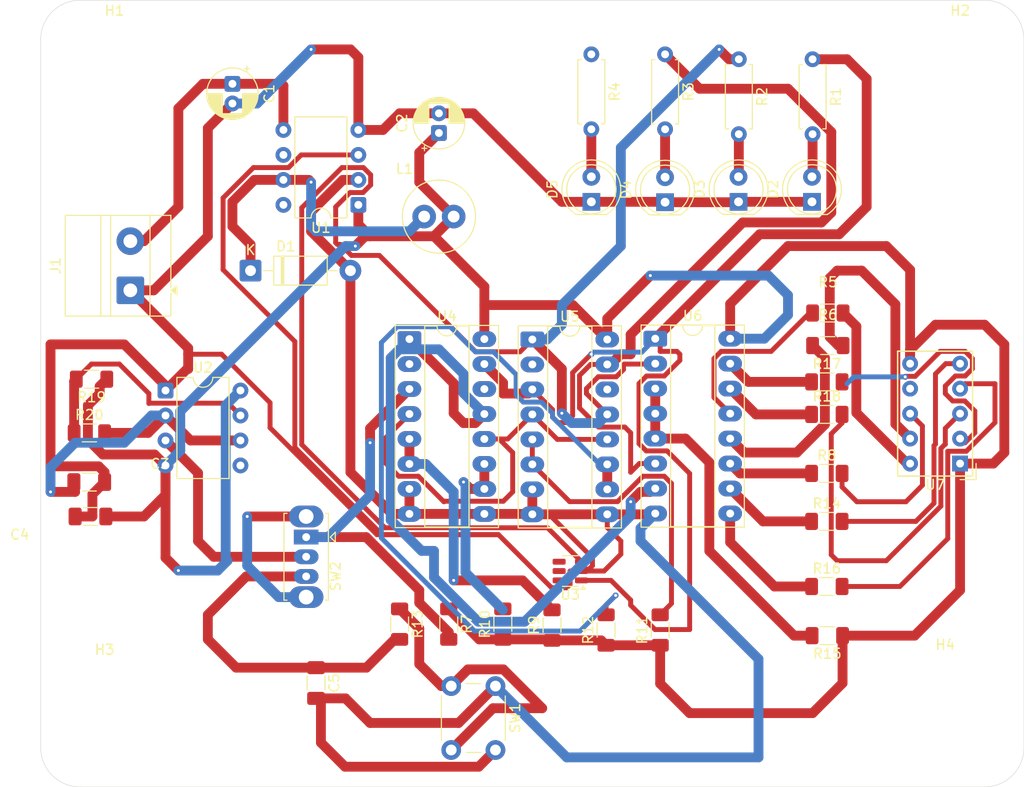
<source format=kicad_pcb>
(kicad_pcb (version 20241229) (generator "pcbnew") (generator_version "9.0")
  (layers (0 "F.Cu" signal) (2 "B.Cu" signal) (13 "F.Paste" user) (15 "B.Paste" user) (5 "F.SilkS" user "F.Silkscreen") (7 "B.SilkS" user "B.Silkscreen") (1 "F.Mask" user) (3 "B.Mask" user) (25 "Edge.Cuts" user))
  (net 0 "")
  (net 1 "GND")
  (net 2 "VDD")
  (net 3 "+5V")
  (net 4 "Net-(U2-THR)")
  (net 5 "Net-(SW2-A)")
  (net 6 "Net-(D1-K)")
  (net 7 "Net-(D2-A)")
  (net 8 "Net-(D3-A)")
  (net 9 "Net-(D4-A)")
  (net 10 "Net-(D5-A)")
  (net 11 "Q1")
  (net 12 "Q2")
  (net 13 "Q3")
  (net 14 "Q4")
  (net 15 "Net-(U7-A)")
  (net 16 "Net-(U6-a)")
  (net 17 "Net-(U7-B)")
  (net 18 "Net-(U6-b)")
  (net 19 "Clock")
  (net 20 "Net-(U7-C)")
  (net 21 "Net-(U6-c)")
  (net 22 "Net-(U4A-J)")
  (net 23 "Net-(U4B-J)")
  (net 24 "Net-(U5A-J)")
  (net 25 "Net-(U5B-J)")
  (net 26 "Net-(R13-Pad1)")
  (net 27 "Net-(U6-d)")
  (net 28 "Net-(U7-D)")
  (net 29 "Net-(U6-BI)")
  (net 30 "Net-(U7-E)")
  (net 31 "Net-(U6-e)")
  (net 32 "Net-(U6-f)")
  (net 33 "Net-(U7-F)")
  (net 34 "Net-(U7-G)")
  (net 35 "Net-(U6-g)")
  (net 36 "Net-(U2-DIS)")
  (net 37 "555")
  (net 41 "RESET")
  (net 43 "QO")
  (footprint "Package_DIP:DIP-8_W7.62mm" (layer "F.Cu") (at 126.305 60.81 180)
    (property "Reference" "U1")
    (property "Value" "LM2574N-5")
  )
  (footprint "TerminalBlock_MetzConnect:TerminalBlock_MetzConnect_Type011_RT05502HBLC_1x02_P5.00mm_Horizontal" (layer "F.Cu") (at 103.1175 69.5 90)
    (property "Reference" "J1")
    (property "Value" "Screw_Terminal_01x02")
  )
  (footprint "Resistor_SMD:R_1206_3216Metric_Pad1.30x1.75mm_HandSolder" (layer "F.Cu") (at 130.5 103.45 -90)
    (property "Reference" "R13")
    (property "Value" "2k")
  )
  (footprint "Capacitor_SMD:C_1206_3216Metric_Pad1.33x1.80mm_HandSolder" (layer "F.Cu") (at 99.0625 92.5 180)
    (property "Reference" "C4")
    (property "Value" "100n")
  )
  (footprint "Package_TO_SOT_SMD:SOT-23-6" (layer "F.Cu") (at 147.8625 98.05 180)
    (property "Reference" "U3")
    (property "Value" "~")
  )
  (footprint "Package_DIP:DIP-8_W7.62mm" (layer "F.Cu") (at 106.695 79.69)
    (property "Reference" "U2")
    (property "Value" "NE555P")
  )
  (footprint "Resistor_SMD:R_1206_3216Metric_Pad1.30x1.75mm_HandSolder" (layer "F.Cu") (at 157 104.05 90)
    (property "Reference" "R11")
    (property "Value" "10k")
  )
  (footprint "Resistor_SMD:R_1206_3216Metric_Pad1.30x1.75mm_HandSolder" (layer "F.Cu") (at 173.95 88.12)
    (property "Reference" "R8")
    (property "Value" "2k")
  )
  (footprint "MountingHole:MountingHole_5.5mm" (layer "F.Cu") (at 187.5 47.5)
    (property "Reference" "H2")
    (property "Value" "MountingHole")
  )
  (footprint "LED_THT:LED_D5.0mm" (layer "F.Cu") (at 172.44 60.5 90)
    (property "Reference" "D2")
    (property "Value" "LED")
  )
  (footprint "Diode_THT:D_DO-41_SOD81_P10.16mm_Horizontal" (layer "F.Cu") (at 115.34 67.5)
    (property "Reference" "D1")
    (property "Value" "11DQ06")
  )
  (footprint "Display_7Segment:HDSP-7401" (layer "F.Cu") (at 187.5 87.12 180)
    (property "Reference" "U7")
    (property "Value" "HDSP-7401")
  )
  (footprint "Capacitor_SMD:C_1206_3216Metric_Pad1.33x1.80mm_HandSolder" (layer "F.Cu") (at 122 109.4375 -90)
    (property "Reference" "C5")
    (property "Value" "1u")
  )
  (footprint "Resistor_SMD:R_1206_3216Metric_Pad1.30x1.75mm_HandSolder" (layer "F.Cu") (at 173.95 99.62)
    (property "Reference" "R16")
    (property "Value" "2k")
  )
  (footprint "MountingHole:MountingHole_5.5mm" (layer "F.Cu") (at 186 112)
    (property "Reference" "H4")
    (property "Value" "MountingHole")
  )
  (footprint "Resistor_SMD:R_1206_3216Metric_Pad1.30x1.75mm_HandSolder" (layer "F.Cu") (at 141 103.45 90)
    (property "Reference" "R10")
    (property "Value" "10k")
  )
  (footprint "LED_THT:LED_D5.0mm" (layer "F.Cu") (at 164.97 60.5 90)
    (property "Reference" "D3")
    (property "Value" "LED")
  )
  (footprint "Resistor_SMD:R_1206_3216Metric_Pad1.30x1.75mm_HandSolder" (layer "F.Cu") (at 135.5 103.45 -90)
    (property "Reference" "R7")
    (property "Value" "10k")
  )
  (footprint "Inductor_THT:L_Radial_D7.2mm_P3.00mm_Murata_1700" (layer "F.Cu") (at 133 62)
    (property "Reference" "L1")
    (property "Value" "330u")
  )
  (footprint "Package_DIP:DIP-16_W7.62mm_Socket_LongPads" (layer "F.Cu") (at 156.5 74.42)
    (property "Reference" "U6")
    (property "Value" "74LS47")
  )
  (footprint "Resistor_SMD:R_1206_3216Metric_Pad1.30x1.75mm_HandSolder" (layer "F.Cu") (at 174.05 75.12)
    (property "Reference" "R6")
    (property "Value" "2k")
  )
  (footprint "Button_Switch_THT:SW_PUSH_6mm_H4.3mm" (layer "F.Cu") (at 140.25 109.75 -90)
    (property "Reference" "SW1")
    (property "Value" "SW_Push")
  )
  (footprint "Resistor_THT:R_Axial_DIN0207_L6.3mm_D2.5mm_P7.62mm_Horizontal" (layer "F.Cu") (at 172.5 46 -90)
    (property "Reference" "R1")
    (property "Value" "4k7")
  )
  (footprint "Button_Switch_THT:SW_Slide_SPDT_Straight_CK_OS102011MS2Q" (layer "F.Cu") (at 121 94.6 -90)
    (property "Reference" "SW2")
    (property "Value" "SW_Wuerth_450301014042")
  )
  (footprint "Resistor_SMD:R_1206_3216Metric_Pad1.30x1.75mm_HandSolder" (layer "F.Cu") (at 99.17 78.54 180)
    (property "Reference" "R19")
    (property "Value" "47k")
  )
  (footprint "Resistor_SMD:R_1206_3216Metric_Pad1.30x1.75mm_HandSolder" (layer "F.Cu") (at 174.05 71.81)
    (property "Reference" "R5")
    (property "Value" "2k")
  )
  (footprint "LED_THT:LED_D5.0mm" (layer "F.Cu") (at 150 60.5 90)
    (property "Reference" "D5")
    (property "Value" "LED")
  )
  (footprint "Resistor_THT:R_Axial_DIN0207_L6.3mm_D2.5mm_P7.62mm_Horizontal" (layer "F.Cu") (at 157.5 45.5 -90)
    (property "Reference" "R3")
    (property "Value" "4k7")
  )
  (footprint "MountingHole:MountingHole_5.5mm" (layer "F.Cu") (at 100.5 112.5)
    (property "Reference" "H3")
    (property "Value" "MountingHole")
  )
  (footprint "Resistor_SMD:R_1206_3216Metric_Pad1.30x1.75mm_HandSolder" (layer "F.Cu") (at 173.95 78.81)
    (property "Reference" "R17")
    (property "Value" "2k")
  )
  (footprint "Resistor_SMD:R_1206_3216Metric_Pad1.30x1.75mm_HandSolder" (layer "F.Cu") (at 98.95 84)
    (property "Reference" "R20")
    (property "Value" "47k")
  )
  (footprint "Resistor_SMD:R_1206_3216Metric_Pad1.30x1.75mm_HandSolder" (layer "F.Cu") (at 173.95 93)
    (property "Reference" "R14")
    (property "Value" "2k")
  )
  (footprint "MountingHole:MountingHole_5.5mm" (layer "F.Cu") (at 101.5 47.5)
    (property "Reference" "H1")
    (property "Value" "MountingHole")
  )
  (footprint "Resistor_SMD:R_1206_3216Metric_Pad1.30x1.75mm_HandSolder" (layer "F.Cu") (at 151.5 104.05 90)
    (property "Reference" "R12")
    (property "Value" "10k")
  )
  (footprint "Capacitor_THT:CP_Radial_D5.0mm_P2.00mm" (layer "F.Cu") (at 134.5 53.5 90)
    (property "Reference" "C2")
    (property "Value" "220u")
  )
  (footprint "Resistor_SMD:R_1206_3216Metric_Pad1.30x1.75mm_HandSolder" (layer "F.Cu") (at 173.95 82.12)
    (property "Reference" "R18")
    (property "Value" "2k")
  )
  (footprint "Resistor_SMD:R_1206_3216Metric_Pad1.30x1.75mm_HandSolder" (layer "F.Cu") (at 174 104.62 180)
    (property "Reference" "R15")
    (property "Value" "10k")
  )
  (footprint "Resistor_THT:R_Axial_DIN0207_L6.3mm_D2.5mm_P7.62mm_Horizontal" (layer "F.Cu") (at 150 45.5 -90)
    (property "Reference" "R4")
    (property "Value" "4k7")
  )
  (footprint "LED_THT:LED_D5.0mm" (layer "F.Cu") (at 157.5 60.54 90)
    (property "Reference" "D4")
    (property "Value" "LED")
  )
  (footprint "Package_DIP:DIP-16_W7.62mm_Socket_LongPads" (layer "F.Cu") (at 144 74.5)
    (property "Reference" "U5")
    (property "Value" "4027")
  )
  (footprint "Resistor_THT:R_Axial_DIN0207_L6.3mm_D2.5mm_P7.62mm_Horizontal" (layer "F.Cu") (at 165 46 -90)
    (property "Reference" "R2")
    (property "Value" "4k7")
  )
  (footprint "Capacitor_SMD:C_1206_3216Metric_Pad1.33x1.80mm_HandSolder" (layer "F.Cu") (at 98.9375 89)
    (property "Reference" "C3")
    (property "Value" "10u")
  )
  (footprint "Capacitor_THT:CP_Radial_D5.0mm_P2.00mm" (layer "F.Cu") (at 113.5 48.5 -90)
    (property "Reference" "C1")
    (property "Value" "22u")
  )
  (footprint "Resistor_SMD:R_1206_3216Metric_Pad1.30x1.75mm_HandSolder" (layer "F.Cu") (at 146 103.55 90)
    (property "Reference" "R9")
    (property "Value" "10k")
  )
  (footprint "Package_DIP:DIP-16_W7.62mm_Socket_LongPads" (layer "F.Cu") (at 131.5 74.46)
    (property "Reference" "U4")
    (property "Value" "4027")
  )
  (gr_arc (start 194 116) (mid 192.828427 118.828427) (end 190 120) (stroke (width 0.05)) (layer "Edge.Cuts"))
  (gr_arc (start 190 40) (mid 192.828427 41.171573) (end 194 44) (stroke (width 0.05)) (layer "Edge.Cuts"))
  (gr_line (start 98 40) (end 190 40) (stroke (width 0.05)) (layer "Edge.Cuts"))
  (gr_arc (start 94 44) (mid 95.171573 41.171573) (end 98 40) (stroke (width 0.05)) (layer "Edge.Cuts"))
  (gr_line (start 194 116) (end 194 44) (stroke (width 0.05)) (layer "Edge.Cuts"))
  (gr_line (start 94 44) (end 94 116) (stroke (width 0.05)) (layer "Edge.Cuts"))
  (gr_arc (start 98 120) (mid 95.171573 118.828427) (end 94 116) (stroke (width 0.05)) (layer "Edge.Cuts"))
  (gr_line (start 98 120) (end 190 120) (stroke (width 0.05)) (layer "Edge.Cuts"))
  (segment (start 121 92.5) (end 120 92.5) (width 1) (layer "F.Cu") (net 0))
  (segment (start 120 92.5) (end 115 92.5) (width 1) (layer "F.Cu") (net 0))
  (via (at 115 92.5) (size 0.6) (drill 0.3) (layers "F.Cu" "B.Cu") (net 0))
  (segment (start 115 97.5) (end 118.2 100.7) (width 1) (layer "B.Cu") (net 0))
  (segment (start 115 92.5) (end 115 97.5) (width 1) (layer "B.Cu") (net 0))
  (segment (start 118.2 100.7) (end 121 100.7) (width 1) (layer "B.Cu") (net 0))
  (segment (start 112.549 67.407292) (end 112.549 60.106082) (width 0.5) (layer "F.Cu") (net 1))
  (segment (start 138.549 117.951) (end 140.25 116.25) (width 1) (layer "F.Cu") (net 1))
  (segment (start 125.5 88) (end 129.74 92.24) (width 1) (layer "F.Cu") (net 1))
  (segment (start 122 111) (end 122.5 111) (width 1) (layer "F.Cu") (net 1))
  (segment (start 122.5 111) (end 122.5 115.5) (width 1) (layer "F.Cu") (net 1))
  (segment (start 95.101 87.399) (end 95 87.5) (width 1) (layer "F.Cu") (net 1))
  (segment (start 111 64) (end 111 53) (width 1) (layer "F.Cu") (net 1))
  (segment (start 99.899 87.399) (end 95.101 87.399) (width 1) (layer "F.Cu") (net 1))
  (segment (start 149.7656 97.851) (end 148.5844 97.851) (width 0.5) (layer "F.Cu") (net 1))
  (segment (start 164.93 60.54) (end 164.97 60.5) (width 1) (layer "F.Cu") (net 1))
  (segment (start 95 87.5) (end 95 75) (width 1) (layer "F.Cu") (net 1))
  (segment (start 151.62 92.28) (end 156.42 92.28) (width 1) (layer "F.Cu") (net 1))
  (segment (start 156.42 92.28) (end 156.5 92.2) (width 1) (layer "F.Cu") (net 1))
  (segment (start 109 77.5) (end 109 76) (width 1) (layer "F.Cu") (net 1))
  (segment (start 117.325918 83.481) (end 117.325918 80.931736) (width 0.5) (layer "F.Cu") (net 1))
  (segment (start 108.885 77.5) (end 109 77.5) (width 1) (layer "F.Cu") (net 1))
  (segment (start 140.5584 94.35) (end 128.194918 94.35) (width 0.5) (layer "F.Cu") (net 1))
  (segment (start 126.305 53.19) (end 128.81 53.19) (width 1) (layer "F.Cu") (net 1))
  (segment (start 119.203182 57.019) (end 120.492182 55.73) (width 0.5) (layer "F.Cu") (net 1))
  (segment (start 119.848 85.481546) (end 119.848 74.706292) (width 0.5) (layer "F.Cu") (net 1))
  (segment (start 125.5 45) (end 121.5 45) (width 1) (layer "F.Cu") (net 1))
  (segment (start 147.8385 98.05) (end 147.8385 99.4031) (width 0.5) (layer "F.Cu") (net 1))
  (segment (start 111 53) (end 113.5 50.5) (width 1) (layer "F.Cu") (net 1))
  (segment (start 106.695 79.195) (end 106.695 79.69) (width 1) (layer "F.Cu") (net 1))
  (segment (start 145.9594 99.751) (end 140.5584 94.35) (width 0.5) (layer "F.Cu") (net 1))
  (segment (start 124.951 117.951) (end 138.549 117.951) (width 1) (layer "F.Cu") (net 1))
  (segment (start 115.636082 57.019) (end 119.203182 57.019) (width 0.5) (layer "F.Cu") (net 1))
  (segment (start 140.5584 94.35) (end 128.716454 94.35) (width 0.5) (layer "F.Cu") (net 1))
  (segment (start 157.46 60.5) (end 157.5 60.54) (width 1) (layer "F.Cu") (net 1))
  (segment (start 125.5 67.5) (end 121.5 63.5) (width 1) (layer "F.Cu") (net 1))
  (segment (start 109 75.3825) (end 103.1175 69.5) (width 1) (layer "F.Cu") (net 1))
  (segment (start 125 111) (end 127.5 113.5) (width 1) (layer "F.Cu") (net 1))
  (segment (start 127.5 113.5) (end 136.5 113.5) (width 1) (layer "F.Cu") (net 1))
  (segment (start 164.97 60.5) (end 172.44 60.5) (width 1) (layer "F.Cu") (net 1))
  (segment (start 149 98.05) (end 151 98.05) (width 0.5) (layer "F.Cu") (net 1))
  (segment (start 129.74 92.24) (end 131.5 92.24) (width 1) (layer "F.Cu") (net 1))
  (segment (start 128.194918 94.35) (end 117.325918 83.481) (width 0.5) (layer "F.Cu") (net 1))
  (segment (start 150.1135 97.5031) (end 149.7656 97.851) (width 0.5) (layer "F.Cu") (net 1))
  (segment (start 99.2615 92.5) (end 99.2615 90.2385) (width 1) (layer "F.Cu") (net 1))
  (segment (start 128.716454 94.35) (end 119.848 85.481546) (width 0.5) (layer "F.Cu") (net 1))
  (segment (start 145.6966 92.28) (end 150.1135 96.6969) (width 0.5) (layer "F.Cu") (net 1))
  (segment (start 100.5 88) (end 99.899 87.399) (width 1) (layer "F.Cu") (net 1))
  (segment (start 147.8385 98.5969) (end 147.8385 99.4031) (width 0.5) (layer "F.Cu") (net 1))
  (segment (start 124.73 58.27) (end 126.305 58.27) (width 1) (layer "F.Cu") (net 1))
  (segment (start 151 98.05) (end 151.29 98.05) (width 0.5) (layer "F.Cu") (net 1))
  (segment (start 148.5844 97.851) (end 147.8385 98.5969) (width 0.5) (layer "F.Cu") (net 1))
  (segment (start 125.5 67.5) (end 125.5 88) (width 1) (layer "F.Cu") (net 1))
  (segment (start 112.394182 76) (end 109 76) (width 0.5) (layer "F.Cu") (net 1))
  (segment (start 100.5 89) (end 100.5 88) (width 1) (layer "F.Cu") (net 1))
  (segment (start 151.62 92.28) (end 144 92.28) (width 1) (layer "F.Cu") (net 1))
  (segment (start 130.5 51.5) (end 134.5 51.5) (width 1) (layer "F.Cu") (net 1))
  (segment (start 119.848 74.706292) (end 112.549 67.407292) (width 0.5) (layer "F.Cu") (net 1))
  (segment (start 138 51.5) (end 147 60.5) (width 1) (layer "F.Cu") (net 1))
  (segment (start 112.549 60.106082) (end 115.636082 57.019) (width 0.5) (layer "F.Cu") (net 1))
  (segment (start 121.5 61.5) (end 124.73 58.27) (width 1) (layer "F.Cu") (net 1))
  (segment (start 151.29 98.05) (end 153 96.34) (width 0.5) (layer "F.Cu") (net 1))
  (segment (start 143.96 92.24) (end 144 92.28) (width 1) (layer "F.Cu") (net 1))
  (segment (start 126.305 45.805) (end 125.5 45) (width 1) (layer "F.Cu") (net 1))
  (segment (start 147.8385 99.4031) (end 147.4906 99.751) (width 0.5) (layer "F.Cu") (net 1))
  (segment (start 122 111) (end 125 111) (width 1) (layer "F.Cu") (net 1))
  (segment (start 151.62 93.62) (end 151.62 92.28) (width 0.5) (layer "F.Cu") (net 1))
  (segment (start 144 92.28) (end 144 89.74) (width 1) (layer "F.Cu") (net 1))
  (segment (start 157.5 60.54) (end 164.93 60.54) (width 1) (layer "F.Cu") (net 1))
  (segment (start 131.5 89.7) (end 131.5 92.24) (width 1) (layer "F.Cu") (net 1))
  (segment (start 153 96.34) (end 153 95) (width 0.5) (layer "F.Cu") (net 1))
  (segment (start 97.5 92.5) (end 99.2615 92.5) (width 1) (layer "F.Cu") (net 1))
  (segment (start 102.5 75) (end 106.695 79.195) (width 1) (layer "F.Cu") (net 1))
  (segment (start 121.5 63.5) (end 121.5 61.5) (width 1) (layer "F.Cu") (net 1))
  (segment (start 105.5 69.5) (end 111 64) (width 1) (layer "F.Cu") (net 1))
  (segment (start 128.81 53.19) (end 130.5 51.5) (width 1) (layer "F.Cu") (net 1))
  (segment (start 131.5 92.24) (end 139.12 92.24) (width 1) (layer "F.Cu") (net 1))
  (segment (start 134.5 51.5) (end 138 51.5) (width 1) (layer "F.Cu") (net 1))
  (segment (start 99.2615 90.2385) (end 100.5 89) (width 1) (layer "F.Cu") (net 1))
  (segment (start 150 60.5) (end 157.46 60.5) (width 1) (layer "F.Cu") (net 1))
  (segment (start 136.5 113.5) (end 140.25 109.75) (width 1) (layer "F.Cu") (net 1))
  (segment (start 103.1175 69.5) (end 105.5 69.5) (width 1) (layer "F.Cu") (net 1))
  (segment (start 109 76) (end 109 75.3825) (width 1) (layer "F.Cu") (net 1))
  (segment (start 117.325918 80.931736) (end 112.394182 76) (width 0.5) (layer "F.Cu") (net 1))
  (segment (start 151 98.05) (end 147.8385 98.05) (width 0.5) (layer "F.Cu") (net 1))
  (segment (start 147.4906 99.751) (end 145.9594 99.751) (width 0.5) (layer "F.Cu") (net 1))
  (segment (start 120.492182 55.73) (end 126.305 55.73) (width 0.5) (layer "F.Cu") (net 1))
  (segment (start 95 75) (end 102.5 75) (width 1) (layer "F.Cu") (net 1))
  (segment (start 153 95) (end 151.62 93.62) (width 0.5) (layer "F.Cu") (net 1))
  (segment (start 122.5 115.5) (end 124.951 117.951) (width 1) (layer "F.Cu") (net 1))
  (segment (start 150.1135 96.6969) (end 150.1135 97.5031) (width 0.5) (layer "F.Cu") (net 1))
  (segment (start 139.12 92.24) (end 143.96 92.24) (width 1) (layer "F.Cu") (net 1))
  (segment (start 147 60.5) (end 150 60.5) (width 1) (layer "F.Cu") (net 1))
  (segment (start 144 92.28) (end 145.6966 92.28) (width 0.5) (layer "F.Cu") (net 1))
  (segment (start 126.305 53.19) (end 126.305 45.805) (width 1) (layer "F.Cu") (net 1))
  (segment (start 106.695 79.69) (end 108.885 77.5) (width 1) (layer "F.Cu") (net 1))
  (via (at 121.5 45) (size 0.6) (drill 0.3) (layers "F.Cu" "B.Cu") (net 1))
  (segment (start 147.5 117) (end 167 117) (width 1) (layer "B.Cu") (net 1))
  (segment (start 155 93.7) (end 156.5 92.2) (width 1) (layer "B.Cu") (net 1))
  (segment (start 140.25 109.75) (end 147.5 117) (width 1) (layer "B.Cu") (net 1))
  (segment (start 167 107) (end 155 95) (width 1) (layer "B.Cu") (net 1))
  (segment (start 121.5 45) (end 116 50.5) (width 1) (layer "B.Cu") (net 1))
  (segment (start 167 117) (end 167 107) (width 1) (layer "B.Cu") (net 1))
  (segment (start 116 50.5) (end 113.5 50.5) (width 1) (layer "B.Cu") (net 1))
  (segment (start 155 95) (end 155 93.7) (width 1) (layer "B.Cu") (net 1))
  (segment (start 108 51) (end 110.5 48.5) (width 1) (layer "F.Cu") (net 2))
  (segment (start 110.5 48.5) (end 113.5 48.5) (width 1) (layer "F.Cu") (net 2))
  (segment (start 103.1175 64.5) (end 104.5 64.5) (width 1) (layer "F.Cu") (net 2))
  (segment (start 118.5 48.5) (end 118.685 48.685) (width 1) (layer "F.Cu") (net 2))
  (segment (start 108 61) (end 108 51) (width 1) (layer "F.Cu") (net 2))
  (segment (start 118.685 48.685) (end 118.685 53.19) (width 1) (layer "F.Cu") (net 2))
  (segment (start 113.5 48.5) (end 118.5 48.5) (width 1) (layer "F.Cu") (net 2))
  (segment (start 104.5 64.5) (end 108 61) (width 1) (layer "F.Cu") (net 2))
  (segment (start 134 64) (end 136 62) (width 1) (layer "F.Cu") (net 3))
  (segment (start 187.5 100) (end 182.88 104.62) (width 1) (layer "F.Cu") (net 3))
  (segment (start 105.583001 86.198001) (end 106.695 87.31) (width 1) (layer "F.Cu") (net 3))
  (segment (start 192 75) (end 190 73) (width 1) (layer "F.Cu") (net 3))
  (segment (start 127.5 64) (end 127 64) (width 1) (layer "F.Cu") (net 3))
  (segment (start 98.802 84.678844) (end 100.321157 86.198001) (width 1) (layer "F.Cu") (net 3))
  (segment (start 187.5 87.12) (end 187.5 100) (width 1) (layer "F.Cu") (net 3))
  (segment (start 182.42 67.42) (end 180 65) (width 1) (layer "F.Cu") (net 3))
  (segment (start 151.62 74.5) (end 151.56 74.44) (width 1) (layer "F.Cu") (net 3))
  (segment (start 164.12 70.88) (end 164.12 74.42) (width 1) (layer "F.Cu") (net 3))
  (segment (start 175.55 109.45) (end 175.55 104.62) (width 1) (layer "F.Cu") (net 3))
  (segment (start 127 64) (end 126 65) (width 1) (layer "F.Cu") (net 3))
  (segment (start 139.12 69.12) (end 134 64) (width 1) (layer "F.Cu") (net 3))
  (segment (start 127.5 64) (end 134 64) (width 1) (layer "F.Cu") (net 3))
  (segment (start 141 105) (end 138.6 105) (width 1) (layer "F.Cu") (net 3))
  (segment (start 132.5 58.5) (end 136 62) (width 1) (layer "F.Cu") (net 3))
  (segment (start 126.305 60.81) (end 126.305 62.805) (width 1) (layer "F.Cu") (net 3))
  (segment (start 185 73) (end 182.42 75.58) (width 1) (layer "F.Cu") (net 3))
  (segment (start 100 79.26) (end 100 80) (width 1) (layer "F.Cu") (net 3))
  (segment (start 192 86) (end 192 75) (width 1) (layer "F.Cu") (net 3))
  (segment (start 151 105.1) (end 151.5 105.6) (width 1) (layer "F.Cu") (net 3))
  (segment (start 104.5 92.5) (end 106.695 90.305) (width 1) (layer "F.Cu") (net 3))
  (segment (start 141 105) (end 145.9 105) (width 1) (layer "F.Cu") (net 3))
  (segment (start 151.62 74.5) (end 151.62 72.38) (width 1) (layer "F.Cu") (net 3))
  (segment (start 182.42 76.96) (end 182.42 67.42) (width 1) (layer "F.Cu") (net 3))
  (segment (start 148.12 71) (end 151.62 74.5) (width 1) (layer "F.Cu") (net 3))
  (segment (start 100.321157 86.198001) (end 105.583001 86.198001) (width 1) (layer "F.Cu") (net 3))
  (segment (start 139.12 74.46) (end 139.12 71) (width 1) (layer "F.Cu") (net 3))
  (segment (start 139.12 71) (end 148.12 71) (width 1) (layer "F.Cu") (net 3))
  (segment (start 134.5 53.5) (end 132.5 55.5) (width 1) (layer "F.Cu") (net 3))
  (segment (start 146 105.1) (end 151 105.1) (width 1) (layer "F.Cu") (net 3))
  (segment (start 157 109.5) (end 160 112.5) (width 1) (layer "F.Cu") (net 3))
  (segment (start 139.12 71) (end 139.12 69.12) (width 1) (layer "F.Cu") (net 3))
  (segment (start 106.695 96.695) (end 108 98) (width 1) (layer "F.Cu") (net 3))
  (segment (start 190 73) (end 185 73) (width 1) (layer "F.Cu") (net 3))
  (segment (start 106.695 90.305) (end 106.695 87.31) (width 1) (layer "F.Cu") (net 3))
  (segment (start 126.305 62.805) (end 127.5 64) (width 1) (layer "F.Cu") (net 3))
  (segment (start 182.42 75.58) (end 182.42 76.96) (width 1) (layer "F.Cu") (net 3))
  (segment (start 151.5 105.6) (end 157 105.6) (width 1) (layer "F.Cu") (net 3))
  (segment (start 182.88 104.62) (end 175.55 104.62) (width 1) (layer "F.Cu") (net 3))
  (segment (start 187.5 87.12) (end 190.88 87.12) (width 1) (layer "F.Cu") (net 3))
  (segment (start 100.625 92.5) (end 104.5 92.5) (width 1) (layer "F.Cu") (net 3))
  (segment (start 170 65) (end 164.12 70.88) (width 1) (layer "F.Cu") (net 3))
  (segment (start 98.802 81.198) (end 98.802 84.678844) (width 1) (layer "F.Cu") (net 3))
  (segment (start 100 80) (end 98.802 81.198) (width 1) (layer "F.Cu") (net 3))
  (segment (start 106.695 87.31) (end 106.695 96.695) (width 1) (layer "F.Cu") (net 3))
  (segment (start 132.5 55.5) (end 132.5 58.5) (width 1) (layer "F.Cu") (net 3))
  (segment (start 190.88 87.12) (end 192 86) (width 1) (layer "F.Cu") (net 3))
  (segment (start 172.5 112.5) (end 175.55 109.45) (width 1) (layer "F.Cu") (net 3))
  (segment (start 160 112.5) (end 172.5 112.5) (width 1) (layer "F.Cu") (net 3))
  (segment (start 100.72 78.54) (end 100 79.26) (width 1) (layer "F.Cu") (net 3))
  (segment (start 145.9 105) (end 146 105.1) (width 1) (layer "F.Cu") (net 3))
  (segment (start 180 65) (end 170 65) (width 1) (layer "F.Cu") (net 3))
  (segment (start 138.6 105) (end 135.5 101.9) (width 1) (layer "F.Cu") (net 3))
  (segment (start 151.62 72.38) (end 156 68) (width 1) (layer "F.Cu") (net 3))
  (segment (start 157 105.6) (end 157 109.5) (width 1) (layer "F.Cu") (net 3))
  (via (at 108 98) (size 0.6) (drill 0.3) (layers "F.Cu" "B.Cu") (net 3))
  (via (at 156 68) (size 0.6) (drill 0.3) (layers "F.Cu" "B.Cu") (net 3))
  (via (at 126 65) (size 0.6) (drill 0.3) (layers "F.Cu" "B.Cu") (net 3))
  (segment (start 125 65) (end 108.196 81.804) (width 1) (layer "B.Cu") (net 3))
  (segment (start 170 72) (end 167.58 74.42) (width 1) (layer "B.Cu") (net 3))
  (segment (start 112 98) (end 113 97) (width 1) (layer "B.Cu") (net 3))
  (segment (start 112.814 96.814) (end 112.814 81.191) (width 1) (layer "B.Cu") (net 3))
  (segment (start 108 98) (end 112 98) (width 1) (layer "B.Cu") (net 3))
  (segment (start 167.58 74.42) (end 164.12 74.42) (width 1) (layer "B.Cu") (net 3))
  (segment (start 113 97) (end 112.814 96.814) (width 1) (layer "B.Cu") (net 3))
  (segment (start 112.814 81.191) (end 114.315 79.69) (width 1) (layer "B.Cu") (net 3))
  (segment (start 156 68) (end 168 68) (width 1) (layer "B.Cu") (net 3))
  (segment (start 126 65) (end 125 65) (width 1) (layer "B.Cu") (net 3))
  (segment (start 170 70) (end 170 72) (width 1) (layer "B.Cu") (net 3))
  (segment (start 168 68) (end 170 70) (width 1) (layer "B.Cu") (net 3))
  (segment (start 108.196 81.804) (end 108.196 85.809) (width 1) (layer "B.Cu") (net 3))
  (segment (start 108.196 85.809) (end 106.695 87.31) (width 1) (layer "B.Cu") (net 3))
  (segment (start 100.5 84) (end 104.925 84) (width 1) (layer "F.Cu") (net 4))
  (segment (start 97.375 89) (end 97.375 89.875) (width 1) (layer "F.Cu") (net 4))
  (segment (start 97.5 90) (end 95 90) (width 1) (layer "F.Cu") (net 4))
  (segment (start 104.925 84) (end 106.695 82.23) (width 1) (layer "F.Cu") (net 4))
  (segment (start 114.315 84.77) (end 109.235 84.77) (width 1) (layer "F.Cu") (net 4))
  (segment (start 109.235 84.77) (end 106.695 82.23) (width 1) (layer "F.Cu") (net 4))
  (segment (start 97.375 89.875) (end 97.5 90) (width 1) (layer "F.Cu") (net 4))
  (via (at 95 90) (size 0.6) (drill 0.3) (layers "F.Cu" "B.Cu") (net 4))
  (segment (start 95 90) (end 95 87.5) (width 1) (layer "B.Cu") (net 4))
  (segment (start 97.5 85) (end 102.5 85) (width 1) (layer "B.Cu") (net 4))
  (segment (start 102.5 85) (end 105.27 82.23) (width 1) (layer "B.Cu") (net 4))
  (segment (start 95 87.5) (end 97.5 85) (width 1) (layer "B.Cu") (net 4))
  (segment (start 105.27 82.23) (end 106.695 82.23) (width 1) (layer "B.Cu") (net 4))
  (segment (start 111 102.5) (end 111 105) (width 1) (layer "F.Cu") (net 5))
  (segment (start 130.5 105) (end 130 105) (width 1) (layer "F.Cu") (net 5))
  (segment (start 114.9 98.6) (end 111 102.5) (width 1) (layer "F.Cu") (net 5))
  (segment (start 113.875 107.875) (end 122 107.875) (width 1) (layer "F.Cu") (net 5))
  (segment (start 127.125 107.875) (end 122 107.875) (width 1) (layer "F.Cu") (net 5))
  (segment (start 111 105) (end 113.875 107.875) (width 1) (layer "F.Cu") (net 5))
  (segment (start 121 98.6) (end 114.9 98.6) (width 1) (layer "F.Cu") (net 5))
  (segment (start 130 105) (end 127.125 107.875) (width 1) (layer "F.Cu") (net 5))
  (segment (start 118.685 58.27) (end 121.27 58.27) (width 1) (layer "F.Cu") (net 6))
  (segment (start 113.5 63) (end 113.5 60.5) (width 1) (layer "F.Cu") (net 6))
  (segment (start 121.27 58.27) (end 121.5 58.5) (width 1) (layer "F.Cu") (net 6))
  (segment (start 115.34 64.84) (end 113.5 63) (width 1) (layer "F.Cu") (net 6))
  (segment (start 113.5 60.5) (end 115.73 58.27) (width 1) (layer "F.Cu") (net 6))
  (segment (start 115.73 58.27) (end 118.685 58.27) (width 1) (layer "F.Cu") (net 6))
  (segment (start 115.34 67.5) (end 115.34 64.84) (width 1) (layer "F.Cu") (net 6))
  (via (at 121.5 58.5) (size 0.6) (drill 0.3) (layers "F.Cu" "B.Cu") (net 6))
  (segment (start 121.5 63) (end 122 63.5) (width 1) (layer "B.Cu") (net 6))
  (segment (start 122 63.5) (end 131.5 63.5) (width 1) (layer "B.Cu") (net 6))
  (segment (start 121.5 58.5) (end 121.5 63) (width 1) (layer "B.Cu") (net 6))
  (segment (start 131.5 63.5) (end 133 62) (width 1) (layer "B.Cu") (net 6))
  (segment (start 172.5 57.9) (end 172.44 57.96) (width 1) (layer "F.Cu") (net 7))
  (segment (start 172.5 53.62) (end 172.5 57.9) (width 1) (layer "F.Cu") (net 7))
  (segment (start 165 57.93) (end 164.97 57.96) (width 1) (layer "F.Cu") (net 8))
  (segment (start 165 53.62) (end 165 57.93) (width 1) (layer "F.Cu") (net 8))
  (segment (start 157.5 53.12) (end 157.5 58) (width 1) (layer "F.Cu") (net 9))
  (segment (start 150 53.12) (end 150 57.96) (width 1) (layer "F.Cu") (net 10))
  (segment (start 178 61) (end 175.201 63.799) (width 1) (layer "F.Cu") (net 11))
  (segment (start 148.098 77.870636) (end 149.968636 76) (width 0.5) (layer "F.Cu") (net 11))
  (segment (start 160 88.131) (end 157.7 85.831) (width 0.5) (layer "F.Cu") (net 11))
  (segment (start 149 99) (end 152 99) (width 0.5) (layer "F.Cu") (net 11))
  (segment (start 154 101.523292) (end 156.476708 104) (width 0.5) (layer "F.Cu") (net 11))
  (segment (start 157.7 85.831) (end 155.581819 85.831) (width 0.5) (layer "F.Cu") (net 11))
  (segment (start 160 104) (end 160 88.131) (width 0.5) (layer "F.Cu") (net 11))
  (segment (start 157 75.709) (end 157 74.92) (width 0.5) (layer "F.Cu") (net 11))
  (segment (start 158.709 75.709) (end 157 75.709) (width 0.5) (layer "F.Cu") (net 11))
  (segment (start 149.968636 76) (end 150 76) (width 0.5) (layer "F.Cu") (net 11))
  (segment (start 141.021 78.901) (end 141.021 80) (width 1) (layer "F.Cu") (net 11))
  (segment (start 172.5 46) (end 176 46) (width 1) (layer "F.Cu") (net 11))
  (segment (start 152 99) (end 154 101) (width 0.5) (layer "F.Cu") (net 11))
  (segment (start 146.049 81.629) (end 146.049 82.393917) (width 0.5) (layer "F.Cu") (net 11))
  (segment (start 159 76.629181) (end 159 76) (width 0.5) (layer "F.Cu") (net 11))
  (segment (start 146.049 82.393917) (end 146.606083 82.951) (width 0.5) (layer "F.Cu") (net 11))
  (segment (start 148.098 82.246917) (end 148.098 77.870636) (width 0.5) (layer "F.Cu") (net 11))
  (segment (start 139.12 77) (end 141.021 78.901) (width 1) (layer "F.Cu") (net 11))
  (segment (start 156.476708 104) (end 160 104) (width 0.5) (layer "F.Cu") (net 11))
  (segment (start 157.418181 78.211) (end 159 76.629181) (width 0.5) (layer "F.Cu") (net 11))
  (segment (start 154.849 85.098181) (end 154.849 78.981819) (width 0.5) (layer "F.Cu") (net 11))
  (segment (start 154 101) (end 154 101.523292) (width 0.5) (layer "F.Cu") (net 11))
  (segment (start 157 74.92) (end 156.5 74.42) (width 0.5) (layer "F.Cu") (net 11))
  (segment (start 159 76) (end 158.709 75.709) (width 0.5) (layer "F.Cu") (net 11))
  (segment (start 175.201 63.799) (end 167.121 63.799) (width 1) (layer "F.Cu") (net 11))
  (segment (start 167.121 63.799) (end 156.5 74.42) (width 1) (layer "F.Cu") (net 11))
  (segment (start 147.393917 82.951) (end 148.098 82.246917) (width 0.5) (layer "F.Cu") (net 11))
  (segment (start 178 48) (end 178 61) (width 1) (layer "F.Cu") (net 11))
  (segment (start 144 79.58) (end 146.049 81.629) (width 0.5) (layer "F.Cu") (net 11))
  (segment (start 154.849 78.981819) (end 155.619819 78.211) (width 0.5) (layer "F.Cu") (net 11))
  (segment (start 141.021 80) (end 143.58 80) (width 1) (layer "F.Cu") (net 11))
  (segment (start 143.58 80) (end 144 79.58) (width 1) (layer "F.Cu") (net 11))
  (segment (start 146.606083 82.951) (end 147.393917 82.951) (width 0.5) (layer "F.Cu") (net 11))
  (segment (start 176 46) (end 178 48) (width 1) (layer "F.Cu") (net 11))
  (segment (start 155.619819 78.211) (end 157.418181 78.211) (width 0.5) (layer "F.Cu") (net 11))
  (segment (start 155.581819 85.831) (end 154.849 85.098181) (width 0.5) (layer "F.Cu") (net 11))
  (via (at 150 76) (size 0.6) (drill 0.3) (layers "F.Cu" "B.Cu") (net 11))
  (segment (start 150 76) (end 150.211 75.789) (width 0.5) (layer "B.Cu") (net 11))
  (segment (start 150.211 75.789) (end 155.131 75.789) (width 0.5) (layer "B.Cu") (net 11))
  (segment (start 155.131 75.789) (end 156.5 74.42) (width 0.5) (layer "B.Cu") (net 11))
  (segment (start 127.556 57.751818) (end 127.556 58.788182) (width 0.5) (layer "F.Cu") (net 12))
  (segment (start 149.5 79.5) (end 150.709 78.291) (width 0.5) (layer "F.Cu") (net 12))
  (segment (start 156.46 77) (end 156.5 76.96) (width 0.5) (layer "F.Cu") (net 12))
  (segment (start 124 64.655082) (end 124.172459 64.827541) (width 0.5) (layer "F.Cu") (net 12))
  (segment (start 150.709 78.291) (end 152.538181 78.291) (width 0.5) (layer "F.Cu") (net 12))
  (segment (start 153.271 77.073918) (end 153.344918 77) (width 0.5) (layer "F.Cu") (net 12))
  (segment (start 124.172459 64.827541) (end 124.482623 64.827541) (width 0.5) (layer "F.Cu") (net 12))
  (segment (start 126.823182 57.019) (end 127.556 57.751818) (width 0.5) (layer "F.Cu") (net 12))
  (segment (start 124.482623 64.827541) (end 125.606082 65.951) (width 0.5) (layer "F.Cu") (net 12))
  (segment (start 120.549 61.106082) (end 124.636082 57.019) (width 0.5) (layer "F.Cu") (net 12))
  (segment (start 125.606082 65.951) (end 128.441819 65.951) (width 0.5) (layer "F.Cu") (net 12))
  (segment (start 124 61.016708) (end 124 64.655082) (width 0.5) (layer "F.Cu") (net 12))
  (segment (start 138.239819 75.749) (end 142.751 75.749) (width 0.5) (layer "F.Cu") (net 12))
  (segment (start 125.457708 59.559) (end 124 61.016708) (width 0.5) (layer "F.Cu") (net 12))
  (segment (start 145.549 93.649) (end 129.006818 93.649) (width 0.5) (layer "F.Cu") (net 12))
  (segment (start 149 97.1) (end 145.549 93.649) (width 0.5) (layer "F.Cu") (net 12))
  (segment (start 151.62 82.12) (end 149.5 80) (width 0.5) (layer "F.Cu") (net 12))
  (segment (start 144 74.5) (end 147 77.5) (width 1) (layer "F.Cu") (net 12))
  (segment (start 124.636082 57.019) (end 126.823182 57.019) (width 0.5) (layer "F.Cu") (net 12))
  (segment (start 152.538181 78.291) (end 153.271 77.558181) (width 0.5) (layer "F.Cu") (net 12))
  (segment (start 128.441819 65.951) (end 138.239819 75.749) (width 0.5) (layer "F.Cu") (net 12))
  (segment (start 126.785182 59.559) (end 125.457708 59.559) (width 0.5) (layer "F.Cu") (net 12))
  (segment (start 142.751 75.749) (end 144 74.5) (width 0.5) (layer "F.Cu") (net 12))
  (segment (start 129.006818 93.649) (end 120.549 85.191182) (width 0.5) (layer "F.Cu") (net 12))
  (segment (start 153.344918 77) (end 156.46 77) (width 0.5) (layer "F.Cu") (net 12))
  (segment (start 127.556 58.788182) (end 126.785182 59.559) (width 0.5) (layer "F.Cu") (net 12))
  (segment (start 149.5 80) (end 149.5 79.5) (width 0.5) (layer "F.Cu") (net 12))
  (segment (start 147 77.5) (end 147 82) (width 1) (layer "F.Cu") (net 12))
  (segment (start 120.549 85.191182) (end 120.549 61.106082) (width 0.5) (layer "F.Cu") (net 12))
  (segment (start 164 46) (end 163 45) (width 1) (layer "F.Cu") (net 12))
  (segment (start 153.271 77.558181) (end 153.271 77.073918) (width 0.5) (layer "F.Cu") (net 12))
  (segment (start 165 46) (end 164 46) (width 1) (layer "F.Cu") (net 12))
  (via (at 147 82) (size 0.6) (drill 0.3) (layers "F.Cu" "B.Cu") (net 12))
  (via (at 163 45) (size 0.6) (drill 0.3) (layers "F.Cu" "B.Cu") (net 12))
  (segment (start 147 73) (end 145.5 74.5) (width 1) (layer "B.Cu") (net 12))
  (segment (start 147 71) (end 147 73) (width 1) (layer "B.Cu") (net 12))
  (segment (start 145.5 74.5) (end 144 74.5) (width 1) (layer "B.Cu") (net 12))
  (segment (start 147 82) (end 148 83) (width 1) (layer "B.Cu") (net 12))
  (segment (start 163 45) (end 153 55) (width 1) (layer "B.Cu") (net 12))
  (segment (start 150.74 83) (end 151.62 82.12) (width 1) (layer "B.Cu") (net 12))
  (segment (start 148 83) (end 150.74 83) (width 1) (layer "B.Cu") (net 12))
  (segment (start 153 65) (end 147 71) (width 1) (layer "B.Cu") (net 12))
  (segment (start 153 55) (end 153 65) (width 1) (layer "B.Cu") (net 12))
  (segment (start 151.62 77.04) (end 151.96 77.04) (width 1) (layer "F.Cu") (net 13))
  (segment (start 154 74) (end 165.402 62.598) (width 1) (layer "F.Cu") (net 13))
  (segment (start 154 88) (end 154 84) (width 0.5) (layer "F.Cu") (net 13))
  (segment (start 149.92 77.04) (end 151.62 77.04) (width 0.5) (layer "F.Cu") (net 13))
  (segment (start 161 49) (end 157.5 45.5) (width 1) (layer "F.Cu") (net 13))
  (segment (start 154 84) (end 153.409 83.409) (width 0.5) (layer "F.Cu") (net 13))
  (segment (start 154.88 87.12) (end 154 88) (width 0.5) (layer "F.Cu") (net 13))
  (segment (start 165.402 62.598) (end 173.402 62.598) (width 1) (layer "F.Cu") (net 13))
  (segment (start 153 76) (end 154 76) (width 1) (layer "F.Cu") (net 13))
  (segment (start 174.402 53.399265) (end 170.002735 49) (width 1) (layer "F.Cu") (net 13))
  (segment (start 170.002735 49) (end 161 49) (width 1) (layer "F.Cu") (net 13))
  (segment (start 153.409 83.409) (end 150.739819 83.409) (width 0.5) (layer "F.Cu") (net 13))
  (segment (start 148.799 81.468181) (end 148.799 78.161) (width 0.5) (layer "F.Cu") (net 13))
  (segment (start 154 76) (end 154 74) (width 1) (layer "F.Cu") (net 13))
  (segment (start 150.739819 83.409) (end 148.799 81.468181) (width 0.5) (layer "F.Cu") (net 13))
  (segment (start 173.402 62.598) (end 174.402 61.598) (width 1) (layer "F.Cu") (net 13))
  (segment (start 174.402 61.598) (end 174.402 53.399265) (width 1) (layer "F.Cu") (net 13))
  (segment (start 156.5 87.12) (end 154.88 87.12) (width 0.5) (layer "F.Cu") (net 13))
  (segment (start 151.96 77.04) (end 153 76) (width 1) (layer "F.Cu") (net 13))
  (segment (start 148.799 78.161) (end 149.92 77.04) (width 0.5) (layer "F.Cu") (net 13))
  (segment (start 176.951 81.951) (end 176.951 73.161) (width 1) (layer "F.Cu") (net 15))
  (segment (start 182.42 87.12) (end 182.42 87.42) (width 1) (layer "F.Cu") (net 15))
  (segment (start 176.951 73.161) (end 175.6 71.81) (width 1) (layer "F.Cu") (net 15))
  (segment (start 182.42 87.42) (end 176.951 81.951) (width 1) (layer "F.Cu") (net 15))
  (segment (start 162.469 80.389) (end 164.12 82.04) (width 0.5) (layer "F.Cu") (net 16))
  (segment (start 172.5 71.81) (end 172.19 71.81) (width 0.5) (layer "F.Cu") (net 16))
  (segment (start 168.291 75.709) (end 163.201819 75.709) (width 0.5) (layer "F.Cu") (net 16))
  (segment (start 162.469 76.441819) (end 162.469 80.389) (width 0.5) (layer "F.Cu") (net 16))
  (segment (start 172.19 71.81) (end 168.291 75.709) (width 0.5) (layer "F.Cu") (net 16))
  (segment (start 163.201819 75.709) (end 162.469 76.441819) (width 0.5) (layer "F.Cu") (net 16))
  (segment (start 175.6 75.12) (end 175.12 75.12) (width 1) (layer "F.Cu") (net 17))
  (segment (start 180.919 70.919) (end 180.919 83.079) (width 1) (layer "F.Cu") (net 17))
  (segment (start 177.5 67.5) (end 180.919 70.919) (width 1) (layer "F.Cu") (net 17))
  (segment (start 175.12 75.12) (end 174.249 74.249) (width 1) (layer "F.Cu") (net 17))
  (segment (start 174.249 74.249) (end 174.249 68.251) (width 1) (layer "F.Cu") (net 17))
  (segment (start 180.919 83.079) (end 182.42 84.58) (width 1) (layer "F.Cu") (net 17))
  (segment (start 175 67.5) (end 177.5 67.5) (width 1) (layer "F.Cu") (net 17))
  (segment (start 174.249 68.251) (end 175 67.5) (width 1) (layer "F.Cu") (net 17))
  (segment (start 173.751 83.145844) (end 170.896844 86) (width 1) (layer "F.Cu") (net 18))
  (segment (start 172.5 75.12) (end 173.751 76.371) (width 1) (layer "F.Cu") (net 18))
  (segment (start 165.54 86) (end 164.12 84.58) (width 1) (layer "F.Cu") (net 18))
  (segment (start 170.896844 86) (end 165.54 86) (width 1) (layer "F.Cu") (net 18))
  (segment (start 173.751 76.371) (end 173.751 83.145844) (width 1) (layer "F.Cu") (net 18))
  (segment (start 127.5 83.54) (end 127.5 85) (width 1) (layer "F.Cu") (net 19))
  (segment (start 132.5 100) (end 132.5 101.276844) (width 1) (layer "F.Cu") (net 19))
  (segment (start 131.5 79.54) (end 127.5 83.54) (width 1) (layer "F.Cu") (net 19))
  (segment (start 121 94.6) (end 127.1 94.6) (width 1) (layer "F.Cu") (net 19))
  (segment (start 127.1 94.6) (end 132.5 100) (width 1) (layer "F.Cu") (net 19))
  (segment (start 132.5 101.276844) (end 135.5 104.276844) (width 1) (layer "F.Cu") (net 19))
  (segment (start 135.5 104.276844) (end 135.5 105) (width 1) (layer "F.Cu") (net 19))
  (via (at 127.5 85) (size 0.6) (drill 0.3) (layers "F.Cu" "B.Cu") (net 19))
  (segment (start 123.25 94.6) (end 121 94.6) (width 1) (layer "B.Cu") (net 19))
  (segment (start 127.5 90.35) (end 123.25 94.6) (width 1) (layer "B.Cu") (net 19))
  (segment (start 127.5 85) (end 127.5 90.35) (width 1) (layer "B.Cu") (net 19))
  (segment (start 182.42 82.04) (end 183.671 83.291) (width 0.5) (layer "F.Cu") (net 20))
  (segment (start 183.671 83.291) (end 183.671 89.329) (width 0.5) (layer "F.Cu") (net 20))
  (segment (start 177 91) (end 175.5 89.5) (width 0.5) (layer "F.Cu") (net 20))
  (segment (start 183.671 89.329) (end 182 91) (width 0.5) (layer "F.Cu") (net 20))
  (segment (start 182 91) (end 177 91) (width 0.5) (layer "F.Cu") (net 20))
  (segment (start 175.5 89.5) (end 175.5 88.12) (width 0.5) (layer "F.Cu") (net 20))
  (segment (start 172.4 88.12) (end 165.12 88.12) (width 1) (layer "F.Cu") (net 21))
  (segment (start 165.12 88.12) (end 164.12 87.12) (width 1) (layer "F.Cu") (net 21))
  (segment (start 131.5 87.16) (end 131.5 84.62) (width 1) (layer "F.Cu") (net 22))
  (segment (start 143 99) (end 136 99) (width 1) (layer "F.Cu") (net 22))
  (segment (start 146 102) (end 143 99) (width 1) (layer "F.Cu") (net 22))
  (via (at 136 99) (size 0.6) (drill 0.3) (layers "F.Cu" "B.Cu") (net 22))
  (segment (start 133.16 87.16) (end 131.5 87.16) (width 1) (layer "B.Cu") (net 22))
  (segment (start 136 90) (end 133.16 87.16) (width 1) (layer "B.Cu") (net 22))
  (segment (start 136 99) (end 136 90) (width 1) (layer "B.Cu") (net 22))
  (segment (start 137.7 89.7) (end 137 89) (width 1) (layer "F.Cu") (net 23))
  (segment (start 139.12 89.7) (end 137.7 89.7) (width 1) (layer "F.Cu") (net 23))
  (segment (start 139.12 87.16) (end 139.12 89.7) (width 1) (layer "F.Cu") (net 23))
  (via (at 137 89) (size 0.6) (drill 0.3) (layers "F.Cu" "B.Cu") (net 23))
  (segment (start 137 89) (end 137.201 89.201) (width 1) (layer "B.Cu") (net 23))
  (segment (start 137.201 89.201) (end 137.201 98.201) (width 1) (layer "B.Cu") (net 23))
  (segment (start 137.201 98.201) (end 141 102) (width 1) (layer "B.Cu") (net 23))
  (segment (start 147.791 90.991) (end 152.664082 90.991) (width 0.5) (layer "F.Cu") (net 24))
  (segment (start 158.151 89.141819) (end 158.151 101.349) (width 0.5) (layer "F.Cu") (net 24))
  (segment (start 152.664082 90.991) (end 155.246082 88.409) (width 0.5) (layer "F.Cu") (net 24))
  (segment (start 158.151 101.349) (end 157 102.5) (width 0.5) (layer "F.Cu") (net 24))
  (segment (start 157.418181 88.409) (end 158.151 89.141819) (width 0.5) (layer "F.Cu") (net 24))
  (segment (start 155.246082 88.409) (end 157.418181 88.409) (width 0.5) (layer "F.Cu") (net 24))
  (segment (start 144 87.2) (end 144 84.66) (width 0.5) (layer "F.Cu") (net 24))
  (segment (start 144 87.2) (end 147.791 90.991) (width 0.5) (layer "F.Cu") (net 24))
  (segment (start 151.62 89.74) (end 151.62 87.2) (width 1) (layer "F.Cu") (net 25))
  (segment (start 151.5 101.5) (end 152.469669 100.530331) (width 0.5) (layer "F.Cu") (net 25))
  (segment (start 151.5 102.5) (end 151.5 101.5) (width 0.5) (layer "F.Cu") (net 25))
  (via (at 152.469669 100.530331) (size 0.6) (drill 0.3) (layers "F.Cu" "B.Cu") (net 25))
  (segment (start 140.038181 75.749) (end 142.349 78.059819) (width 0.5) (layer "B.Cu") (net 25))
  (segment (start 150.855082 87.2) (end 151.62 87.2) (width 0.5) (layer "B.Cu") (net 25))
  (segment (start 128.648 94.691388) (end 128.648 74.813708) (width 0.5) (layer "B.Cu") (net 25))
  (segment (start 144.918 80.869) (end 146.049 82) (width 0.5) (layer "B.Cu") (net 25))
  (segment (start 142.349 78.059819) (end 142.349 80.136181) (width 0.5) (layer "B.Cu") (net 25))
  (segment (start 148.848001 104.151999) (end 138.108611 104.151999) (width 0.5) (layer "B.Cu") (net 25))
  (segment (start 146.049 82) (end 146.049 82.393918) (width 0.5) (layer "B.Cu") (net 25))
  (segment (start 152.469669 100.530331) (end 148.848001 104.151999) (width 0.5) (layer "B.Cu") (net 25))
  (segment (start 138.201819 75.749) (end 140.038181 75.749) (width 0.5) (layer "B.Cu") (net 25))
  (segment (start 135.661819 73.209) (end 138.201819 75.749) (width 0.5) (layer "B.Cu") (net 25))
  (segment (start 130.252708 73.209) (end 135.661819 73.209) (width 0.5) (layer "B.Cu") (net 25))
  (segment (start 143.081819 80.869) (end 144.918 80.869) (width 0.5) (layer "B.Cu") (net 25))
  (segment (start 146.049 82.393918) (end 150.855082 87.2) (width 0.5) (layer "B.Cu") (net 25))
  (segment (start 142.349 80.136181) (end 143.081819 80.869) (width 0.5) (layer "B.Cu") (net 25))
  (segment (start 138.108611 104.151999) (end 128.648 94.691388) (width 0.5) (layer "B.Cu") (net 25))
  (segment (start 128.648 74.813708) (end 130.252708 73.209) (width 0.5) (layer "B.Cu") (net 25))
  (segment (start 134.75 109.75) (end 132.5 107.5) (width 1) (layer "F.Cu") (net 26))
  (segment (start 135.75 116.25) (end 140 112) (width 1) (layer "F.Cu") (net 26))
  (segment (start 140 112) (end 145 112) (width 1) (layer "F.Cu") (net 26))
  (segment (start 132.5 103.9) (end 130.5 101.9) (width 1) (layer "F.Cu") (net 26))
  (segment (start 132.5 107.5) (end 132.5 103.9) (width 1) (layer "F.Cu") (net 26))
  (segment (start 141.049 108.049) (end 137.451 108.049) (width 1) (layer "F.Cu") (net 26))
  (segment (start 137.451 108.049) (end 135.75 109.75) (width 1) (layer "F.Cu") (net 26))
  (segment (start 135.75 109.75) (end 134.75 109.75) (width 1) (layer "F.Cu") (net 26))
  (segment (start 145 112) (end 141.049 108.049) (width 1) (layer "F.Cu") (net 26))
  (segment (start 172.4 93) (end 167.46 93) (width 1) (layer "F.Cu") (net 27))
  (segment (start 167.46 93) (end 164.12 89.66) (width 1) (layer "F.Cu") (net 27))
  (segment (start 184.847 85.288272) (end 185 85.135272) (width 0.5) (layer "F.Cu") (net 28))
  (segment (start 185 78) (end 186.04 76.96) (width 0.5) (layer "F.Cu") (net 28))
  (segment (start 186.04 76.96) (end 187.5 76.96) (width 0.5) (layer "F.Cu") (net 28))
  (segment (start 184.847 91.153) (end 184.847 85.288272) (width 0.5) (layer "F.Cu") (net 28))
  (segment (start 185 85.135272) (end 185 78) (width 0.5) (layer "F.Cu") (net 28))
  (segment (start 175.5 93) (end 183 93) (width 0.5) (layer "F.Cu") (net 28))
  (segment (start 183 93) (end 184.847 91.153) (width 0.5) (layer "F.Cu") (net 28))
  (segment (start 162 87) (end 159.58 84.58) (width 1) (layer "F.Cu") (net 29))
  (segment (start 162 96) (end 162 87) (width 1) (layer "F.Cu") (net 29))
  (segment (start 156.5 79.5) (end 156.5 82.04) (width 1) (layer "F.Cu") (net 29))
  (segment (start 170.62 104.62) (end 162 96) (width 1) (layer "F.Cu") (net 29))
  (segment (start 172.45 104.62) (end 170.62 104.62) (width 1) (layer "F.Cu") (net 29))
  (segment (start 156.5 82.04) (end 156.5 84.58) (width 1) (layer "F.Cu") (net 29))
  (segment (start 159.58 84.58) (end 156.5 84.58) (width 1) (layer "F.Cu") (net 29))
  (segment (start 186.249 94.751) (end 181.38 99.62) (width 0.5) (layer "F.Cu") (net 30))
  (segment (start 188 79) (end 191.049 79) (width 0.5) (layer "F.Cu") (net 30))
  (segment (start 191.049 79) (end 191.049 82.951) (width 0.5) (layer "F.Cu") (net 30))
  (segment (start 188.131 85.869) (end 186.249 85.869) (width 0.5) (layer "F.Cu") (net 30))
  (segment (start 186.249 85.869) (end 186.249 94.751) (width 0.5) (layer "F.Cu") (net 30))
  (segment (start 187.5 79.5) (end 188 79) (width 0.5) (layer "F.Cu") (net 30))
  (segment (start 191.049 82.951) (end 188.131 85.869) (width 0.5) (layer "F.Cu") (net 30))
  (segment (start 181.38 99.62) (end 175.5 99.62) (width 0.5) (layer "F.Cu") (net 30))
  (segment (start 168.62 99.62) (end 164.12 95.12) (width 1) (layer "F.Cu") (net 31))
  (segment (start 164.12 95.12) (end 164.12 92.2) (width 1) (layer "F.Cu") (net 31))
  (segment (start 172.4 99.62) (end 168.62 99.62) (width 1) (layer "F.Cu") (net 31))
  (segment (start 165.97 78.81) (end 164.12 76.96) (width 1) (layer "F.Cu") (net 32))
  (segment (start 172.4 78.81) (end 165.97 78.81) (width 1) (layer "F.Cu") (net 32))
  (segment (start 187.5 84.58) (end 187.58 84.58) (width 0.5) (layer "F.Cu") (net 33))
  (segment (start 186 79.230818) (end 187.019818 78.211) (width 0.5) (layer "F.Cu") (net 33))
  (segment (start 181.970417 78.249) (end 181.919 78.300417) (width 0.5) (layer "F.Cu") (net 33))
  (segment (start 188.018182 78.211) (end 188.751 77.478182) (width 0.5) (layer "F.Cu") (net 33))
  (segment (start 182.938182 78.249) (end 181.970417 78.249) (width 0.5) (layer "F.Cu") (net 33))
  (segment (start 187.019818 78.211) (end 188 78.211) (width 0.5) (layer "F.Cu") (net 33))
  (segment (start 188.751 77.478182) (end 188.751 76.441818) (width 0.5) (layer "F.Cu") (net 33))
  (segment (start 189 81.770818) (end 187.980182 80.751) (width 0.5) (layer "F.Cu") (net 33))
  (segment (start 188 78.211) (end 188.018182 78.211) (width 0.5) (layer "F.Cu") (net 33))
  (segment (start 188 85) (end 189 84) (width 0.5) (layer "F.Cu") (net 33))
  (segment (start 188.751 76.441818) (end 188.018182 75.709) (width 0.5) (layer "F.Cu") (net 33))
  (segment (start 185.478182 75.709) (end 182.938182 78.249) (width 0.5) (layer "F.Cu") (net 33))
  (segment (start 188.018182 75.709) (end 185.478182 75.709) (width 0.5) (layer "F.Cu") (net 33))
  (segment (start 187.58 84.58) (end 188 85) (width 0.5) (layer "F.Cu") (net 33))
  (segment (start 186.751 80.751) (end 186 80) (width 0.5) (layer "F.Cu") (net 33))
  (segment (start 186 80) (end 186 79.230818) (width 0.5) (layer "F.Cu") (net 33))
  (segment (start 189 84) (end 189 81.770818) (width 0.5) (layer "F.Cu") (net 33))
  (segment (start 187.980182 80.751) (end 186.751 80.751) (width 0.5) (layer "F.Cu") (net 33))
  (via (at 181.919 78.300417) (size 0.6) (drill 0.3) (layers "F.Cu" "B.Cu") (net 33))
  (segment (start 176.699583 78.300417) (end 176 79) (width 0.5) (layer "B.Cu") (net 33))
  (segment (start 181.919 78.300417) (end 176.699583 78.300417) (width 0.5) (layer "B.Cu") (net 33))
  (segment (start 180 97) (end 175 97) (width 0.5) (layer "F.Cu") (net 34))
  (segment (start 185.958636 85.168) (end 185.548 85.578636) (width 0.5) (layer "F.Cu") (net 34))
  (segment (start 186 85.168) (end 185.958636 85.168) (width 0.5) (layer "F.Cu") (net 34))
  (segment (start 185.548 85.578636) (end 185.548 91.452) (width 0.5) (layer "F.Cu") (net 34))
  (segment (start 175 97) (end 174.399 96.399) (width 0.5) (layer "F.Cu") (net 34))
  (segment (start 187.5 82.04) (end 186 83.54) (width 0.5) (layer "F.Cu") (net 34))
  (segment (start 174.399 96.399) (end 174.399 84.096) (width 0.5) (layer "F.Cu") (net 34))
  (segment (start 186 83.54) (end 186 85.168) (width 0.5) (layer "F.Cu") (net 34))
  (segment (start 185.548 91.452) (end 180 97) (width 0.5) (layer "F.Cu") (net 34))
  (segment (start 175.5 82.995) (end 175.5 82.12) (width 0.5) (layer "F.Cu") (net 34))
  (segment (start 174.399 84.096) (end 175.5 82.995) (width 0.5) (layer "F.Cu") (net 34))
  (segment (start 166.74 82.12) (end 164.12 79.5) (width 1) (layer "F.Cu") (net 35))
  (segment (start 172.4 82.12) (end 166.74 82.12) (width 1) (layer "F.Cu") (net 35))
  (segment (start 105.021 80.979) (end 105 81) (width 0.5) (layer "F.Cu") (net 36))
  (segment (start 97.4 84) (end 97.4 78.76) (width 1) (layer "F.Cu") (net 36))
  (segment (start 113.064 80.979) (end 105.021 80.979) (width 0.5) (layer "F.Cu") (net 36))
  (segment (start 97.4 78.76) (end 97.62 78.54) (width 1) (layer "F.Cu") (net 36))
  (segment (start 99.16 77) (end 97.62 78.54) (width 0.5) (layer "F.Cu") (net 36))
  (segment (start 105 81) (end 105 80) (width 0.5) (layer "F.Cu") (net 36))
  (segment (start 105 80) (end 102 77) (width 0.5) (layer "F.Cu") (net 36))
  (segment (start 114.315 82.23) (end 113.064 80.979) (width 0.5) (layer "F.Cu") (net 36))
  (segment (start 102 77) (end 99.16 77) (width 0.5) (layer "F.Cu") (net 36))
  (segment (start 106.695 84.77) (end 110 88.075) (width 1) (layer "F.Cu") (net 37))
  (segment (start 110 95) (end 111.6 96.6) (width 1) (layer "F.Cu") (net 37))
  (segment (start 111.6 96.6) (end 121 96.6) (width 1) (layer "F.Cu") (net 37))
  (segment (start 110 88.075) (end 110 95) (width 1) (layer "F.Cu") (net 37))
  (segment (start 142 86) (end 140.62 84.62) (width 0.5) (layer "F.Cu") (net 41))
  (segment (start 146.54 84.66) (end 144 82.12) (width 0.5) (layer "F.Cu") (net 41))
  (segment (start 141.5 84.62) (end 144 82.12) (width 0.5) (layer "F.Cu") (net 41))
  (segment (start 140.62 84.62) (end 139.12 84.62) (width 0.5) (layer "F.Cu") (net 41))
  (segment (start 129 84.58) (end 129 87) (width 0.5) (layer "F.Cu") (net 41))
  (segment (start 132.411 88.411) (end 135 91) (width 0.5) (layer "F.Cu") (net 41))
  (segment (start 139.12 84.62) (end 141.5 84.62) (width 0.5) (layer "F.Cu") (net 41))
  (segment (start 142 90) (end 142 86) (width 0.5) (layer "F.Cu") (net 41))
  (segment (start 135.049 90.951) (end 141.049 90.951) (width 0.5) (layer "F.Cu") (net 41))
  (segment (start 131.5 82.08) (end 129 84.58) (width 0.5) (layer "F.Cu") (net 41))
  (segment (start 129 87) (end 130.411 88.411) (width 0.5) (layer "F.Cu") (net 41))
  (segment (start 135 91) (end 135.049 90.951) (width 0.5) (layer "F.Cu") (net 41))
  (segment (start 151.62 84.66) (end 146.54 84.66) (width 0.5) (layer "F.Cu") (net 41))
  (segment (start 141.049 90.951) (end 142 90) (width 0.5) (layer "F.Cu") (net 41))
  (segment (start 130.411 88.411) (end 132.411 88.411) (width 0.5) (layer "F.Cu") (net 41))
  (segment (start 138.2 83) (end 139.12 82.08) (width 1) (layer "F.Cu") (net 43))
  (segment (start 131.5 74.46) (end 136 78.96) (width 1) (layer "F.Cu") (net 43))
  (segment (start 156 90) (end 155 90) (width 1) (layer "F.Cu") (net 43))
  (segment (start 155 90) (end 154 91) (width 1) (layer "F.Cu") (net 43))
  (segment (start 156.5 89.66) (end 156.34 89.66) (width 1) (layer "F.Cu") (net 43))
  (segment (start 136 78.96) (end 136 82) (width 1) (layer "F.Cu") (net 43))
  (segment (start 136 82) (end 137 83) (width 1) (layer "F.Cu") (net 43))
  (segment (start 156.34 89.66) (end 156 90) (width 1) (layer "F.Cu") (net 43))
  (segment (start 137 83) (end 138.2 83) (width 1) (layer "F.Cu") (net 43))
  (via (at 154 91) (size 0.6) (drill 0.3) (layers "F.Cu" "B.Cu") (net 43))
  (segment (start 154 91) (end 154 92.422735) (width 1) (layer "B.Cu") (net 43))
  (segment (start 132.737265 96) (end 129.599 92.861735) (width 1) (layer "B.Cu") (net 43))
  (segment (start 134 98.69847) (end 134 96) (width 1) (layer "B.Cu") (net 43))
  (segment (start 129.599 76.378265) (end 130.478265 75.499) (width 1) (layer "B.Cu") (net 43))
  (segment (start 143.221736 103.200999) (end 138.502529 103.200999) (width 1) (layer "B.Cu") (net 43))
  (segment (start 138.502529 103.200999) (end 134 98.69847) (width 1) (layer "B.Cu") (net 43))
  (segment (start 137 79.96) (end 139.12 82.08) (width 1) (layer "B.Cu") (net 43))
  (segment (start 134 96) (end 132.737265 96) (width 1) (layer "B.Cu") (net 43))
  (segment (start 130.478265 75.499) (end 134.499 75.499) (width 1) (layer "B.Cu") (net 43))
  (segment (start 154 92.422735) (end 143.221736 103.200999) (width 1) (layer "B.Cu") (net 43))
  (segment (start 134.499 75.499) (end 137 78) (width 1) (layer "B.Cu") (net 43))
  (segment (start 137 78) (end 137 79.96) (width 1) (layer "B.Cu") (net 43))
  (segment (start 129.599 92.861735) (end 129.599 76.378265) (width 1) (layer "B.Cu") (net 43))
)
</source>
